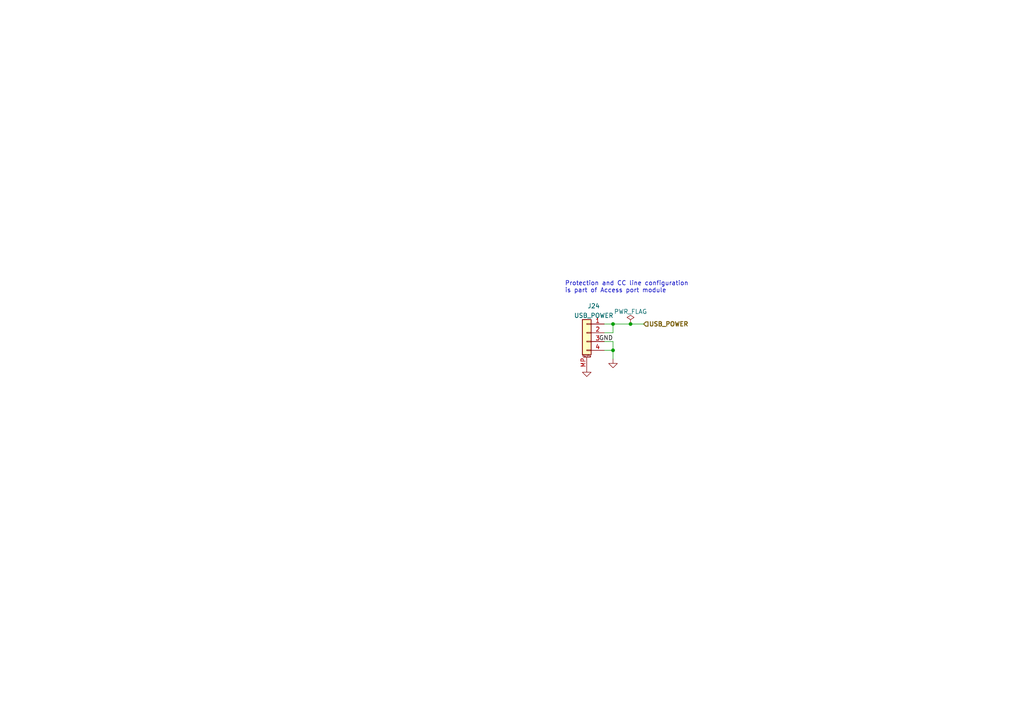
<source format=kicad_sch>
(kicad_sch (version 20210621) (generator eeschema)
  (paper "A4")
  (title_block (title "BUTCube - EPS") (date "2021-06-01") (rev "v1.0") (company "VUT - FIT(STRaDe) & FME(IAE & IPE)") (comment 1 "Author: Petr Malaník"))
  (lib_symbols
    (symbol "Connector_Generic_MountingPin:Conn_01x04_MountingPin" (pin_names (offset 1.016) hide)
      (property "Reference" "J" (at 0 5.08 0))
      (property "Value" "Conn_01x04_MountingPin" (at 1.27 -7.62 0))
      (symbol "Conn_01x04_MountingPin_1_1"
        (text "Mounting" (at 0 -6.731 0) (effects (font (size 0.381 0.381))))
        (rectangle (start -1.27 -4.953) (end 0 -5.207) (stroke (width 0.1524)))
        (rectangle (start -1.27 -2.413) (end 0 -2.667) (stroke (width 0.1524)))
        (rectangle (start -1.27 0.127) (end 0 -0.127) (stroke (width 0.1524)))
        (rectangle (start -1.27 2.667) (end 0 2.413) (stroke (width 0.1524)))
        (rectangle (start -1.27 3.81) (end 1.27 -6.35) (stroke (width 0.254)) (fill (type background)))
        (polyline (pts (xy -1.016 -7.112) (xy 1.016 -7.112)) (stroke (width 0.1524)))
        (pin passive line (at -5.08 2.54 0) (length 3.81) (name "Pin_1") (number "1"))
        (pin passive line (at -5.08 0 0) (length 3.81) (name "Pin_2") (number "2"))
        (pin passive line (at -5.08 -2.54 0) (length 3.81) (name "Pin_3") (number "3"))
        (pin passive line (at -5.08 -5.08 0) (length 3.81) (name "Pin_4") (number "4"))
        (pin passive line (at 0 -10.16 90) (length 3.048) (name "MountPin") (number "MP"))
      )
    )
    (symbol "power:GND" (power) (pin_names (offset 0))
      (property "Value" "GND" (at 0 -3.81 0))
      (symbol "GND_0_1"
        (polyline (pts (xy 0 0) (xy 0 -1.27) (xy 1.27 -1.27) (xy 0 -2.54) (xy -1.27 -1.27) (xy 0 -1.27)))
      )
      (symbol "GND_1_1"
        (pin power_in line (at 0 0 270) (length 0) hide (name "GND") (number "1"))
      )
    )
    (symbol "power:PWR_FLAG" (power) (pin_numbers hide) (pin_names (offset 0) hide)
      (property "Value" "PWR_FLAG" (at 0 3.81 0))
      (symbol "PWR_FLAG_0_0"
        (pin power_out line (at 0 0 90) (length 0) (name "pwr") (number "1"))
      )
      (symbol "PWR_FLAG_0_1"
        (polyline (pts (xy 0 0) (xy 0 1.27) (xy -1.016 1.905) (xy 0 2.54) (xy 1.016 1.905) (xy 0 1.27)))
      )
    )
  )
  (junction (at 177.8 93.98) (diameter 0.9144))
  (junction (at 177.8 101.6) (diameter 0.9144))
  (junction (at 182.88 93.98) (diameter 0.9144))
  (wire (pts (xy 175.26 93.98) (xy 177.8 93.98)))
  (wire (pts (xy 175.26 96.52) (xy 177.8 96.52)))
  (wire (pts (xy 175.26 99.06) (xy 177.8 99.06)))
  (wire (pts (xy 175.26 101.6) (xy 177.8 101.6)))
  (wire (pts (xy 177.8 93.98) (xy 182.88 93.98)))
  (wire (pts (xy 177.8 96.52) (xy 177.8 93.98)))
  (wire (pts (xy 177.8 99.06) (xy 177.8 101.6)))
  (wire (pts (xy 177.8 101.6) (xy 177.8 104.14)))
  (wire (pts (xy 182.88 93.98) (xy 186.69 93.98)))
  (text "Protection and CC line configuration\nis part of Access port module" (at 163.83 85.09 0) (effects (font (size 1.27 1.27)) (justify left bottom)))
  (label "GND" (at 177.8 99.06 180))
  (hierarchical_label "USB_POWER" (shape input) (at 186.69 93.98 0) (effects (font (thickness 0.254))))
  (symbol (lib_id "power:PWR_FLAG") (at 182.88 93.98 0) (unit 1)
    (property "Reference" "#FLG033" (effects hide))
    (property "Value" "PWR_FLAG" (at 182.88 90.3754 0))
  )
  (symbol (lib_id "power:GND") (at 170.18 106.68 0) (unit 1)
    (property "Reference" "#PWR0281" (effects hide))
    (property "Value" "GND" (effects hide))
  )
  (symbol (lib_id "power:GND") (at 177.8 104.14 0) (unit 1)
    (property "Reference" "#PWR0282" (effects hide))
    (property "Value" "GND" (effects hide))
  )
  (symbol (lib_id "Connector_Generic_MountingPin:Conn_01x04_MountingPin") (at 170.18 96.52 0) (mirror y) (unit 1)
    (property "Reference" "J24" (at 172.212 88.7434 0))
    (property "Value" "USB_POWER" (at 172.212 91.5185 0))
    (property "Footprint" "TCY_connectors:Amphenol_10114830-11103LF_1x04_P1.25mm_Horizontal" (effects hide))
  )
)
</source>
